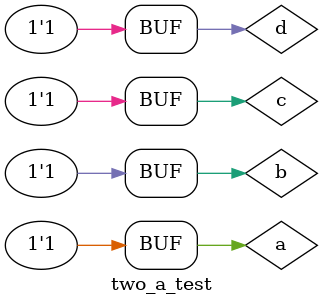
<source format=v>
`timescale 1ns / 1ps

module two_a_test;

	// Inputs
	reg a;
	reg b;
	reg c;
	reg d;

	// Outputs
	wire y;

	// Instantiate the Unit Under Test (UUT)
	two_a uut (
		.a(a), 
		.b(b), 
		.c(c), 
		.d(d), 
		.y(y)
	);

	initial begin
		// Initialize Inputs
		a = 0;
		b = 0;
		c = 0;
		d = 0;
		// Wait 10 ns for global reset to finish
		#10;
        repeat(15)
		  begin
		  #10;
		  a = a^(b&c&d);
		  b = b^(c&d);
		  c = c^(d);
		  d = d^1;
		  end
	end
      
endmodule


</source>
